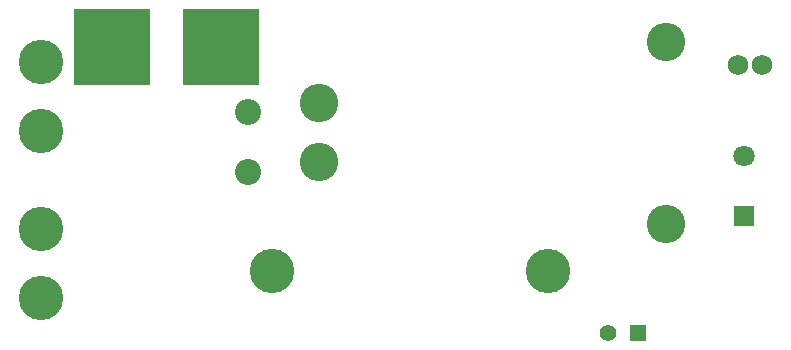
<source format=gts>
G04 ---------------------------- Layer name :TOP SOLDER LAYER*
G04 easyEDA 0.1*
G04 Scale: 100 percent, Rotated: No, Reflected: No *
G04 Dimensions in inches *
G04 leading zeros omitted , absolute positions ,2 integer and 4 *
%FSLAX24Y24*%
%MOIN*%
G90*
G70D02*

%ADD11C,0.086740*%
%ADD13R,0.258000X0.258000*%
%ADD14C,0.128000*%
%ADD16C,0.128078*%
%ADD18C,0.148000*%
%ADD20R,0.070992X0.070992*%
%ADD21C,0.070992*%
%ADD23C,0.068000*%
%ADD25R,0.055200X0.055200*%
%ADD26C,0.055200*%

%LPD*%
G54D11*
G01X9092Y6209D03*
G01X9092Y8209D03*
G54D13*
G01X4567Y10380D03*
G01X8206Y10384D03*
G54D14*
G01X23032Y10559D03*
G01X23032Y4496D03*
G01X11457Y8511D03*
G54D16*
G01X11457Y6544D03*
G54D18*
G01X2203Y9896D03*
G01X2203Y7596D03*
G01X2203Y2015D03*
G01X2203Y4315D03*
G01X19110Y2903D03*
G01X9910Y2903D03*
G54D20*
G01X25627Y4761D03*
G54D21*
G01X25627Y6761D03*
G54D23*
G01X26227Y9792D03*
G01X25427Y9792D03*
G54D25*
G01X22093Y838D03*
G54D26*
G01X21093Y838D03*

M00*
M02*
</source>
